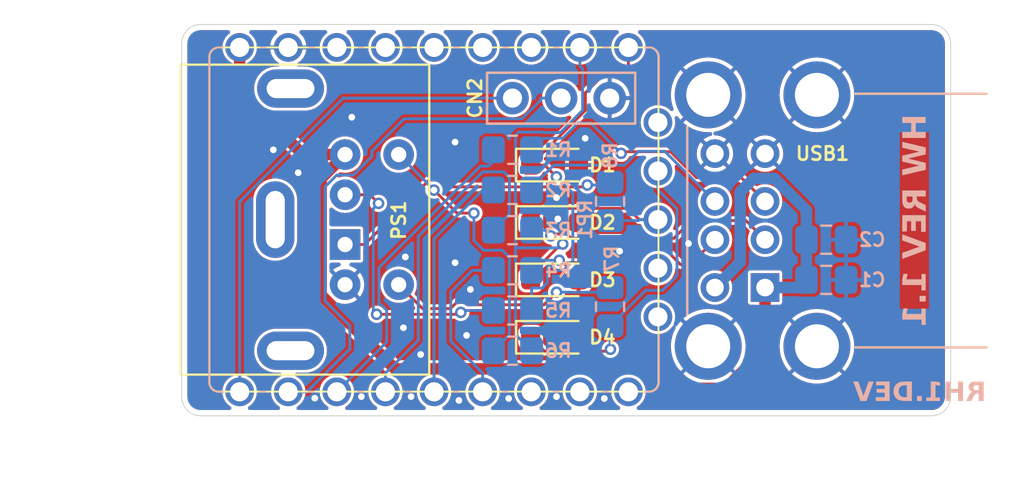
<source format=kicad_pcb>
(kicad_pcb (version 20241229) (generator "pcbnew") (generator_version "9.0")
  (title_block (title "USB to PS/2 Adapter") (date "2025-02-19") (rev "1.1") (company "Mikhail Matveev") (comment 1 "https://github.com/xtremespb/frank"))
  (layers (0 "F.Cu" signal) (2 "B.Cu" signal) (13 "F.Paste" user) (15 "B.Paste" user) (5 "F.SilkS" user "F.Silkscreen") (7 "B.SilkS" user "B.Silkscreen") (1 "F.Mask" user) (3 "B.Mask" user) (25 "Edge.Cuts" user))
  (net 0 "")
  (net 1 "VBUS")
  (net 2 "GND")
  (net 3 "/GPIO0")
  (net 4 "/GPIO1")
  (net 5 "/GPIO11")
  (net 6 "/GPIO12")
  (net 7 "/GPIO14")
  (net 8 "/GPIO15")
  (net 9 "/PS2 with Diodes/KB_CLK")
  (net 10 "/PS2 with Diodes/MS_CLK")
  (net 11 "/PS2 with Diodes/KB_DATA")
  (net 12 "/PS2 with Diodes/MS_DATA")
  (net 13 "/GPIO2")
  (net 14 "Net-(USB1-D1+)")
  (net 15 "Net-(USB1-D2+)")
  (net 16 "/GPIO4")
  (net 17 "Net-(USB1-D1-)")
  (net 18 "/GPIO3")
  (net 19 "Net-(USB1-D2-)")
  (net 20 "/GPIO5")
  (net 21 "/RP Zero/GPIO27")
  (net 22 "/RP Zero/GPIO28")
  (net 23 "/RP Zero/GPIO7")
  (net 24 "/RP Zero/GPIO26")
  (net 25 "/RP Zero/GPIO9")
  (net 26 "/RP Zero/GPIO29")
  (net 27 "/RP Zero/GPIO13")
  (net 28 "/RP Zero/GPIO8")
  (net 29 "/RP Zero/GPIO6")
  (net 30 "/RP Zero/GPIO10")
  (net 31 "/RP Zero/3V3")
  (footprint "FRANK:MiniDIN (6 Pin, female)" (layer "F.Cu") (at 190.35 116.15 -90)
    (property "Reference" "PS1" (at -1.27 -2.81 90) (layer "F.SilkS") (effects (font (size 0.7 0.7) (thickness 0.14) (bold yes))))
    (property "Value" "PS/2")
    (fp_line (start -9.4 8.6) (end 6.8 8.6) (stroke (width 0.12)) (layer "F.SilkS"))
    (fp_line (start -9.4 -4.4) (end -9.4 8.6) (stroke (width 0.12)) (layer "F.SilkS"))
    (fp_line (start -9.4 -4.4) (end 6.8 -4.4) (stroke (width 0.12)) (layer "F.SilkS"))
    (fp_line (start 6.8 -4.4) (end 6.8 8.6) (stroke (width 0.12)) (layer "F.SilkS"))
    (pad "" thru_hole oval (at -8.15 2.85 270) (size 2 3.5) (drill oval 1 2.5) (layers "*.Cu" "*.Mask"))
    (pad "" thru_hole oval (at -1.3 3.65 270) (size 4 2) (drill oval 3 1) (layers "*.Cu" "*.Mask"))
    (pad "" thru_hole oval (at 5.55 2.85 270) (size 2 3.5) (drill oval 1 2.5) (layers "*.Cu" "*.Mask"))
    (pad "1" thru_hole rect (at 0 0 270) (size 1.6 1.6) (drill 0.8) (layers "*.Cu" "*.Mask") (net 11 "/PS2 with Diodes/KB_DATA"))
    (pad "2" thru_hole circle (at -2.6 0 270) (size 1.6 1.6) (drill 0.8) (layers "*.Cu" "*.Mask") (net 12 "/PS2 with Diodes/MS_DATA"))
    (pad "3" thru_hole circle (at 2.1 0 270) (size 1.6 1.6) (drill 0.8) (layers "*.Cu" "*.Mask") (net 2 "GND"))
    (pad "4" thru_hole circle (at -4.7 0 270) (size 1.6 1.6) (drill 0.8) (layers "*.Cu" "*.Mask") (net 1 "VBUS"))
    (pad "5" thru_hole circle (at 2.1 -2.8 270) (size 1.6 1.6) (drill 0.8) (layers "*.Cu" "*.Mask") (net 9 "/PS2 with Diodes/KB_CLK"))
    (pad "6" thru_hole circle (at -4.7 -2.8 270) (size 1.6 1.6) (drill 0.8) (layers "*.Cu" "*.Mask") (net 10 "/PS2 with Diodes/MS_CLK"))
  )
  (footprint "FRANK:Diode (SOD-323)" (layer "F.Cu") (at 201.3 115)
    (property "Reference" "D2" (at 2.5 0 0) (layer "F.SilkS") (effects (font (size 0.7 0.7) (thickness 0.14) (bold yes))))
    (property "Value" "3V3")
    (fp_line (start -2.01 -0.85) (end -2.01 0.85) (stroke (width 0.12)) (layer "F.SilkS"))
    (fp_line (start -2.01 -0.85) (end 1.25 -0.85) (stroke (width 0.12)) (layer "F.SilkS"))
    (fp_line (start -2.01 0.85) (end 1.25 0.85) (stroke (width 0.12)) (layer "F.SilkS"))
    (pad "1" smd roundrect (at -1.25 0) (size 1 1) (layers "F.Cu" "F.Mask" "F.Paste") (net 5 "/GPIO11"))
    (pad "2" smd roundrect (at 1.25 0) (size 1 1) (layers "F.Cu" "F.Mask" "F.Paste") (net 2 "GND"))
  )
  (footprint "FRANK:Diode (SOD-323)" (layer "F.Cu") (at 201.3 112)
    (property "Reference" "D1" (at 2.5 0 0) (layer "F.SilkS") (effects (font (size 0.7 0.7) (thickness 0.14) (bold yes))))
    (property "Value" "3V3")
    (fp_line (start -2.01 -0.85) (end -2.01 0.85) (stroke (width 0.12)) (layer "F.SilkS"))
    (fp_line (start -2.01 -0.85) (end 1.25 -0.85) (stroke (width 0.12)) (layer "F.SilkS"))
    (fp_line (start -2.01 0.85) (end 1.25 0.85) (stroke (width 0.12)) (layer "F.SilkS"))
    (pad "1" smd roundrect (at -1.25 0) (size 1 1) (layers "F.Cu" "F.Mask" "F.Paste") (net 7 "/GPIO14"))
    (pad "2" smd roundrect (at 1.25 0) (size 1 1) (layers "F.Cu" "F.Mask" "F.Paste") (net 2 "GND"))
  )
  (footprint "FRANK:USB Type A (stacked)" (layer "F.Cu") (at 212.3 118.4 180)
    (property "Reference" "USB1" (at -3 7 180) (layer "F.SilkS") (effects (font (size 0.7 0.7) (thickness 0.14) (bold yes))))
    (property "Value" "USB_A_Stacked")
    (fp_line (start 4.07 8.4) (end 4.07 -1.4) (stroke (width 0.12)) (layer "F.SilkS"))
    (fp_line (start -4.73 -3.13) (end -11.58 -3.13) (stroke (width 0.12)) (layer "F.SilkS"))
    (fp_line (start -11.58 10.13) (end -4.73 10.13) (stroke (width 0.12)) (layer "F.SilkS"))
    (fp_line (start 4.07 8.4) (end 4.07 -1.4) (stroke (width 0.12)) (layer "B.SilkS"))
    (fp_line (start -4.73 -3.13) (end -11.58 -3.13) (stroke (width 0.12)) (layer "B.SilkS"))
    (fp_line (start -11.58 10.13) (end -4.73 10.13) (stroke (width 0.12)) (layer "B.SilkS"))
    (pad "1" thru_hole rect (at 0 0 180) (size 1.5 1.5) (drill 0.92) (layers "*.Cu" "*.Mask") (net 1 "VBUS"))
    (pad "2" thru_hole circle (at 0 2.5 180) (size 1.5 1.5) (drill 0.92) (layers "*.Cu" "*.Mask") (net 17 "Net-(USB1-D1-)"))
    (pad "3" thru_hole circle (at 0 4.5 180) (size 1.5 1.5) (drill 0.92) (layers "*.Cu" "*.Mask") (net 14 "Net-(USB1-D1+)"))
    (pad "4" thru_hole circle (at 0 7 180) (size 1.5 1.5) (drill 0.92) (layers "*.Cu" "*.Mask") (net 2 "GND"))
    (pad "5" thru_hole circle (at 2.62 0 180) (size 1.5 1.5) (drill 0.92) (layers "*.Cu" "*.Mask") (net 1 "VBUS"))
    (pad "6" thru_hole circle (at 2.62 2.5 180) (size 1.5 1.5) (drill 0.92) (layers "*.Cu" "*.Mask") (net 19 "Net-(USB1-D2-)"))
    (pad "7" thru_hole circle (at 2.62 4.5 180) (size 1.5 1.5) (drill 0.92) (layers "*.Cu" "*.Mask") (net 15 "Net-(USB1-D2+)"))
    (pad "8" thru_hole circle (at 2.62 7 180) (size 1.5 1.5) (drill 0.92) (layers "*.Cu" "*.Mask") (net 2 "GND"))
    (pad "9" thru_hole circle (at -2.71 -3.07 180) (size 3.5 3.5) (drill 2.3) (layers "*.Cu" "*.Mask") (net 2 "GND"))
    (pad "9" thru_hole circle (at -2.71 10.07 180) (size 3.5 3.5) (drill 2.3) (layers "*.Cu" "*.Mask") (net 2 "GND"))
    (pad "9" thru_hole circle (at 2.97 -3.07 180) (size 3.5 3.5) (drill 2.3) (layers "*.Cu" "*.Mask") (net 2 "GND"))
    (pad "9" thru_hole circle (at 2.97 10.07 180) (size 3.5 3.5) (drill 2.3) (layers "*.Cu" "*.Mask") (net 2 "GND"))
  )
  (footprint "FRANK:Pin Header (1x03)" (layer "F.Cu") (at 199.1 108.5 90)
    (property "Reference" "CN2" (at 0 -1.96 90) (layer "F.SilkS") (effects (font (size 0.7 0.7) (thickness 0.14))))
    (property "Value" "UART")
    (fp_line (start 1.330019 -1.33) (end 1.33 6.41) (stroke (width 0.12)) (layer "F.SilkS"))
    (fp_line (start -1.33 -1.33) (end 1.330019 -1.33) (stroke (width 0.12)) (layer "F.SilkS"))
    (fp_line (start -1.33 -1.33) (end -1.33 6.41) (stroke (width 0.12)) (layer "F.SilkS"))
    (fp_line (start -1.33 6.41) (end 1.33 6.41) (stroke (width 0.12)) (layer "F.SilkS"))
    (fp_line (start 1.330019 -1.33) (end 1.33 6.41) (stroke (width 0.12)) (layer "B.SilkS"))
    (fp_line (start -1.33 -1.33) (end 1.330019 -1.33) (stroke (width 0.12)) (layer "B.SilkS"))
    (fp_line (start -1.33 -1.33) (end -1.33 6.41) (stroke (width 0.12)) (layer "B.SilkS"))
    (fp_line (start -1.33 6.41) (end 1.33 6.41) (stroke (width 0.12)) (layer "B.SilkS"))
    (pad "1" thru_hole circle (at 0 0 90) (size 1.7 1.7) (drill 1) (layers "*.Cu" "*.Mask") (net 3 "/GPIO0"))
    (pad "2" thru_hole oval (at 0 2.54 90) (size 1.7 1.7) (drill 1) (layers "*.Cu" "*.Mask") (net 4 "/GPIO1"))
    (pad "3" thru_hole oval (at 0 5.08 90) (size 1.7 1.7) (drill 1) (layers "*.Cu" "*.Mask") (net 2 "GND"))
  )
  (footprint "FRANK:Diode (SOD-323)" (layer "F.Cu") (at 201.3 121)
    (property "Reference" "D4" (at 2.5 0 0) (layer "F.SilkS") (effects (font (size 0.7 0.7) (thickness 0.14) (bold yes))))
    (property "Value" "3V3")
    (fp_line (start -2.01 -0.85) (end -2.01 0.85) (stroke (width 0.12)) (layer "F.SilkS"))
    (fp_line (start -2.01 -0.85) (end 1.25 -0.85) (stroke (width 0.12)) (layer "F.SilkS"))
    (fp_line (start -2.01 0.85) (end 1.25 0.85) (stroke (width 0.12)) (layer "F.SilkS"))
    (pad "1" smd roundrect (at -1.25 0) (size 1 1) (layers "F.Cu" "F.Mask" "F.Paste") (net 6 "/GPIO12"))
    (pad "2" smd roundrect (at 1.25 0) (size 1 1) (layers "F.Cu" "F.Mask" "F.Paste") (net 2 "GND"))
  )
  (footprint "FRANK:Diode (SOD-323)" (layer "F.Cu") (at 201.3 118)
    (property "Reference" "D3" (at 2.5 0 0) (layer "F.SilkS") (effects (font (size 0.7 0.7) (thickness 0.14) (bold yes))))
    (property "Value" "3V3")
    (fp_line (start -2.01 -0.85) (end -2.01 0.85) (stroke (width 0.12)) (layer "F.SilkS"))
    (fp_line (start -2.01 -0.85) (end 1.25 -0.85) (stroke (width 0.12)) (layer "F.SilkS"))
    (fp_line (start -2.01 0.85) (end 1.25 0.85) (stroke (width 0.12)) (layer "F.SilkS"))
    (pad "1" smd roundrect (at -1.25 0) (size 1 1) (layers "F.Cu" "F.Mask" "F.Paste") (net 8 "/GPIO15"))
    (pad "2" smd roundrect (at 1.25 0) (size 1 1) (layers "F.Cu" "F.Mask" "F.Paste") (net 2 "GND"))
  )
  (footprint "FRANK:Raspberry Pi Zero (Outer pins)" (layer "B.Cu") (at 195 114.85 -90)
    (property "Reference" "RP1" (hide yes))
    (property "Value" "RP 2040 Zero" (hide yes))
    (fp_line (start 8.49 11.74) (end -8.5 11.74) (stroke (width 0.1)) (layer "F.SilkS"))
    (fp_line (start -9 11.24) (end -9 -11.23) (stroke (width 0.1)) (layer "F.SilkS"))
    (fp_line (start 8.99 -11.23) (end 8.99 11.24) (stroke (width 0.1)) (layer "F.SilkS"))
    (fp_line (start -8.5 -11.73) (end 8.49 -11.73) (stroke (width 0.1)) (layer "F.SilkS"))
    (fp_arc (start -8.5 11.74) (mid -8.853553 11.593553) (end -9 11.24) (stroke (width 0.1)) (layer "F.SilkS"))
    (fp_arc (start 8.99 11.24) (mid 8.843553 11.593553) (end 8.49 11.74) (stroke (width 0.1)) (layer "F.SilkS"))
    (fp_arc (start -9 -11.23) (mid -8.853553 -11.583553) (end -8.5 -11.73) (stroke (width 0.1)) (layer "F.SilkS"))
    (fp_arc (start 8.49 -11.73) (mid 8.843553 -11.583553) (end 8.99 -11.23) (stroke (width 0.1)) (layer "F.SilkS"))
    (fp_line (start 8.5 11.75) (end -8.5 11.75) (stroke (width 0.1)) (layer "B.SilkS"))
    (fp_line (start -9 11) (end -9 11.25) (stroke (width 0.1)) (layer "B.SilkS"))
    (fp_line (start 9 11) (end 9 11.25) (stroke (width 0.1)) (layer "B.SilkS"))
    (fp_line (start 9 8.825) (end 9 9.075) (stroke (width 0.1)) (layer "B.SilkS"))
    (fp_line (start -9 8.8) (end -9 9.05) (stroke (width 0.1)) (layer "B.SilkS"))
    (fp_line (start 9 6.3) (end 9 6.55) (stroke (width 0.1)) (layer "B.SilkS"))
    (fp_line (start -9 6.275) (end -9 6.525) (stroke (width 0.1)) (layer "B.SilkS"))
    (fp_line (start 9 3.725) (end 9 3.975) (stroke (width 0.1)) (layer "B.SilkS"))
    (fp_line (start -9 3.7) (end -9 3.95) (stroke (width 0.1)) (layer "B.SilkS"))
    (fp_line (start 9 1.25) (end 9 1.5) (stroke (width 0.1)) (layer "B.SilkS"))
    (fp_line (start -9 1.225) (end -9 1.475) (stroke (width 0.1)) (layer "B.SilkS"))
    (fp_line (start 9 -1.275) (end 9 -1.025) (stroke (width 0.1)) (layer "B.SilkS"))
    (fp_line (start -9 -1.3) (end -9 -1.05) (stroke (width 0.1)) (layer "B.SilkS"))
    (fp_line (start 9 -3.85) (end 9 -3.6) (stroke (width 0.1)) (layer "B.SilkS"))
    (fp_line (start -9 -3.875) (end -9 -3.625) (stroke (width 0.1)) (layer "B.SilkS"))
    (fp_line (start 9 -6.5) (end 9 -6.25) (stroke (width 0.1)) (layer "B.SilkS"))
    (fp_line (start -9 -6.525) (end -9 -6.275) (stroke (width 0.1)) (layer "B.SilkS"))
    (fp_line (start 9 -9.075) (end 9 -8.825) (stroke (width 0.1)) (layer "B.SilkS"))
    (fp_line (start -9 -9.1) (end -9 -8.85) (stroke (width 0.1)) (layer "B.SilkS"))
    (fp_line (start -9 -11) (end -9 -11.25) (stroke (width 0.1)) (layer "B.SilkS"))
    (fp_line (start 9 -11) (end 9 -11.25) (stroke (width 0.1)) (layer "B.SilkS"))
    (fp_line (start -6 -11.75) (end -8.5 -11.75) (stroke (width 0.1)) (layer "B.SilkS"))
    (fp_line (start 6 -11.75) (end 8.5 -11.75) (stroke (width 0.1)) (layer "B.SilkS"))
    (fp_arc (start -8.5 11.75) (mid -8.853553 11.603553) (end -9 11.25) (stroke (width 0.1)) (layer "B.SilkS"))
    (fp_arc (start 9 11.25) (mid 8.853553 11.603553) (end 8.5 11.75) (stroke (width 0.1)) (layer "B.SilkS"))
    (fp_arc (start -9 -11.25) (mid -8.853553 -11.603553) (end -8.5 -11.75) (stroke (width 0.1)) (layer "B.SilkS"))
    (fp_arc (start 8.5 -11.75) (mid 8.853553 -11.603553) (end 9 -11.25) (stroke (width 0.1)) (layer "B.SilkS"))
    (fp_text user "${REFERENCE}" (at 0 -8.3 90) (layer "B.SilkS") (effects (font (size 0.7 0.7) (thickness 0.14) (bold yes)) (justify bottom mirror)))
    (pad "1" thru_hole oval (at 9 10.16 270) (size 1.5 1.5) (drill 1) (layers "*.Cu" "*.Mask") (net 3 "/GPIO0"))
    (pad "2" thru_hole oval (at 9 7.62 270) (size 1.5 1.5) (drill 1) (layers "*.Cu" "*.Mask") (net 4 "/GPIO1"))
    (pad "3" thru_hole oval (at 9 5.08 270) (size 1.5 1.5) (drill 1) (layers "*.Cu" "*.Mask") (net 13 "/GPIO2"))
    (pad "4" thru_hole oval (at 9 2.54 270) (size 1.5 1.5) (drill 1) (layers "*.Cu" "*.Mask") (net 18 "/GPIO3"))
    (pad "5" thru_hole oval (at 9 0 270) (size 1.5 1.5) (drill 1) (layers "*.Cu" "*.Mask") (net 16 "/GPIO4"))
    (pad "6" thru_hole oval (at 9 -2.54 270) (size 1.5 1.5) (drill 1) (layers "*.Cu" "*.Mask") (net 20 "/GPIO5"))
    (pad "7" thru_hole oval (at 9 -5.08 270) (size 1.5 1.5) (drill 1) (layers "*.Cu" "*.Mask") (net 29 "/RP Zero/GPIO6"))
    (pad "8" thru_hole oval (at 9 -7.62 270) (size 1.5 1.5) (drill 1) (layers "*.Cu" "*.Mask") (net 23 "/RP Zero/GPIO7"))
    (pad "9" thru_hole oval (at 9 -10.16 270) (size 1.5 1.5) (drill 1) (layers "*.Cu" "*.Mask") (net 28 "/RP Zero/GPIO8"))
    (pad "10" thru_hole oval (at 5.08 -11.7 270) (size 1.5 1.5) (drill 1) (layers "*.Cu" "*.Mask") (net 25 "/RP Zero/GPIO9"))
    (pad "11" thru_hole oval (at 2.54 -11.7 270) (size 1.5 1.5) (drill 1) (layers "*.Cu" "*.Mask") (net 30 "/RP Zero/GPIO10"))
    (pad "12" thru_hole oval (at 0 -11.7 270) (size 1.5 1.5) (drill 1) (layers "*.Cu" "*.Mask") (net 5 "/GPIO11"))
    (pad "13" thru_hole oval (at -2.54 -11.7 270) (size 1.5 1.5) (drill 1) (layers "*.Cu" "*.Mask") (net 6 "/GPIO12"))
    (pad "14" thru_hole oval (at -5.08 -11.7 270) (size 1.5 1.5) (drill 1) (layers "*.Cu" "*.Mask") (net 27 "/RP Zero/GPIO13"))
    (pad "15" thru_hole oval (at -9 -10.16 270) (size 1.5 1.5) (drill 1) (layers "*.Cu" "*.Mask") (net 7 "/GPIO14"))
    (pad "16" thru_hole oval (at -9 -7.62 270) (size 1.5 1.5) (drill 1) (layers "*.Cu" "*.Mask") (net 8 "/GPIO15"))
    (pad "17" thru_hole oval (at -9 -5.08 270) (size 1.5 1.5) (drill 1) (layers "*.Cu" "*.Mask") (net 24 "/RP Zero/GPIO26"))
    (pad "18" thru_hole oval (at -9 -2.54 270) (size 1.5 1.5) (drill 1) (layers "*.Cu" "*.Mask") (net 21 "/RP Zero/GPIO27"))
    (pad "19" thru_hole oval (at -9 0 270) (size 1.5 1.5) (drill 1) (layers "*.Cu" "*.Mask") (net 22 "/RP Zero/GPIO28"))
    (pad "20" thru_hole oval (at -9 2.54 270) (size 1.5 1.5) (drill 1) (layers "*.Cu" "*.Mask") (net 26 "/RP Zero/GPIO29"))
    (pad "21" thru_hole oval (at -9 5.08 270) (size 1.5 1.5) (drill 1) (layers "*.Cu" "*.Mask") (net 31 "/RP Zero/3V3"))
    (pad "22" thru_hole oval (at -9 7.62 270) (size 1.5 1.5) (drill 1) (layers "*.Cu" "*.Mask") (net 2 "GND"))
    (pad "23" thru_hole oval (at -9 10.16 270) (size 1.5 1.5) (drill 1) (layers "*.Cu" "*.Mask") (net 1 "VBUS"))
  )
  (footprint "FRANK:Resistor (0805)" (layer "B.Cu") (at 199.1 121.7)
    (property "Reference" "R6" (at 2.4 0 0) (layer "B.SilkS") (effects (font (size 0.7 0.7) (thickness 0.14) (bold yes)) (justify mirror)))
    (property "Value" "100R")
    (fp_line (start 0.227064 -0.735) (end -0.227064 -0.735) (stroke (width 0.12)) (layer "B.SilkS"))
    (fp_line (start 0.227064 0.735) (end -0.227064 0.735) (stroke (width 0.12)) (layer "B.SilkS"))
    (pad "1" smd roundrect (at -1 0) (size 1.2 1.4) (layers "B.Cu" "B.Mask" "B.Paste") (roundrect_rratio 0.208333) (net 10 "/PS2 with Diodes/MS_CLK"))
    (pad "2" smd roundrect (at 1 0) (size 1.2 1.4) (layers "B.Cu" "B.Mask" "B.Paste") (roundrect_rratio 0.208333) (net 8 "/GPIO15"))
  )
  (footprint "FRANK:Capacitor (0805)" (layer "B.Cu") (at 215.5 115.9)
    (property "Reference" "C2" (at 2.4 0 0) (layer "B.SilkS") (effects (font (size 0.7 0.7) (thickness 0.14) (bold yes)) (justify mirror)))
    (property "Value" "10u")
    (fp_line (start 0.261252 -0.735) (end -0.261252 -0.735) (stroke (width 0.12)) (layer "B.SilkS"))
    (fp_line (start 0.261252 0.735) (end -0.261252 0.735) (stroke (width 0.12)) (layer "B.SilkS"))
    (pad "1" smd roundrect (at -1.0375 0) (size 1.175 1.45) (layers "B.Cu" "B.Mask" "B.Paste") (roundrect_rratio 0.212766) (net 1 "VBUS"))
    (pad "2" smd roundrect (at 1.0375 0) (size 1.175 1.45) (layers "B.Cu" "B.Mask" "B.Paste") (roundrect_rratio 0.212766) (net 2 "GND"))
  )
  (footprint "FRANK:Resistor (0805)" (layer "B.Cu") (at 204.2 113.9 -90)
    (property "Reference" "R8" (at -2.4 0 90) (layer "B.SilkS") (effects (font (size 0.7 0.7) (thickness 0.14) (bold yes)) (justify mirror)))
    (property "Value" "100R")
    (fp_line (start 0.227064 0.735) (end -0.227064 0.735) (stroke (width 0.12)) (layer "B.SilkS"))
    (fp_line (start 0.227064 -0.735) (end -0.227064 -0.735) (stroke (width 0.12)) (layer "B.SilkS"))
    (pad "1" smd roundrect (at -1 0 270) (size 1.2 1.4) (layers "B.Cu" "B.Mask" "B.Paste") (roundrect_rratio 0.208333) (net 11 "/PS2 with Diodes/KB_DATA"))
    (pad "2" smd roundrect (at 1 0 270) (size 1.2 1.4) (layers "B.Cu" "B.Mask" "B.Paste") (roundrect_rratio 0.208333) (net 5 "/GPIO11"))
  )
  (footprint "FRANK:Resistor (0805)" (layer "B.Cu") (at 199.1 113.3)
    (property "Reference" "R2" (at 2.4 0 0) (layer "B.SilkS") (effects (font (size 0.7 0.7) (thickness 0.14) (bold yes)) (justify mirror)))
    (property "Value" "22R")
    (fp_line (start 0.227064 -0.735) (end -0.227064 -0.735) (stroke (width 0.12)) (layer "B.SilkS"))
    (fp_line (start 0.227064 0.735) (end -0.227064 0.735) (stroke (width 0.12)) (layer "B.SilkS"))
    (pad "1" smd roundrect (at -1 0) (size 1.2 1.4) (layers "B.Cu" "B.Mask" "B.Paste") (roundrect_rratio 0.208333) (net 16 "/GPIO4"))
    (pad "2" smd roundrect (at 1 0) (size 1.2 1.4) (layers "B.Cu" "B.Mask" "B.Paste") (roundrect_rratio 0.208333) (net 15 "Net-(USB1-D2+)"))
  )
  (footprint "FRANK:Resistor (0805)" (layer "B.Cu") (at 199.1 115.4)
    (property "Reference" "R3" (at 2.4 0 0) (layer "B.SilkS") (effects (font (size 0.7 0.7) (thickness 0.14) (bold yes)) (justify mirror)))
    (property "Value" "22R")
    (fp_line (start 0.227064 -0.735) (end -0.227064 -0.735) (stroke (width 0.12)) (layer "B.SilkS"))
    (fp_line (start 0.227064 0.735) (end -0.227064 0.735) (stroke (width 0.12)) (layer "B.SilkS"))
    (pad "1" smd roundrect (at -1 0) (size 1.2 1.4) (layers "B.Cu" "B.Mask" "B.Paste") (roundrect_rratio 0.208333) (net 18 "/GPIO3"))
    (pad "2" smd roundrect (at 1 0) (size 1.2 1.4) (layers "B.Cu" "B.Mask" "B.Paste") (roundrect_rratio 0.208333) (net 17 "Net-(USB1-D1-)"))
  )
  (footprint "FRANK:Resistor (0805)" (layer "B.Cu") (at 204.2 119.4 -90)
    (property "Reference" "R7" (at -2.5 -0.1 90) (layer "B.SilkS") (effects (font (size 0.7 0.7) (thickness 0.14) (bold yes)) (justify mirror)))
    (property "Value" "100R")
    (fp_line (start 0.227064 0.735) (end -0.227064 0.735) (stroke (width 0.12)) (layer "B.SilkS"))
    (fp_line (start 0.227064 -0.735) (end -0.227064 -0.735) (stroke (width 0.12)) (layer "B.SilkS"))
    (pad "1" smd roundrect (at -1 0 270) (size 1.2 1.4) (layers "B.Cu" "B.Mask" "B.Paste") (roundrect_rratio 0.208333) (net 9 "/PS2 with Diodes/KB_CLK"))
    (pad "2" smd roundrect (at 1 0 270) (size 1.2 1.4) (layers "B.Cu" "B.Mask" "B.Paste") (roundrect_rratio 0.208333) (net 6 "/GPIO12"))
  )
  (footprint "FRANK:Resistor (0805)" (layer "B.Cu") (at 199.1 111.2)
    (property "Reference" "R1" (at 2.4 0 0) (layer "B.SilkS") (effects (font (size 0.7 0.7) (thickness 0.14) (bold yes)) (justify mirror)))
    (property "Value" "22R")
    (fp_line (start 0.227064 -0.735) (end -0.227064 -0.735) (stroke (width 0.12)) (layer "B.SilkS"))
    (fp_line (start 0.227064 0.735) (end -0.227064 0.735) (stroke (width 0.12)) (layer "B.SilkS"))
    (pad "1" smd roundrect (at -1 0) (size 1.2 1.4) (layers "B.Cu" "B.Mask" "B.Paste") (roundrect_rratio 0.208333) (net 13 "/GPIO2"))
    (pad "2" smd roundrect (at 1 0) (size 1.2 1.4) (layers "B.Cu" "B.Mask" "B.Paste") (roundrect_rratio 0.208333) (net 14 "Net-(USB1-D1+)"))
  )
  (footprint "FRANK:Capacitor (0805)" (layer "B.Cu") (at 215.5 118)
    (property "Reference" "C1" (at 2.4 0 0) (layer "B.SilkS") (effects (font (size 0.7 0.7) (thickness 0.14) (bold yes)) (justify mirror)))
    (property "Value" "10u")
    (fp_line (start 0.261252 -0.735) (end -0.261252 -0.735) (stroke (width 0.12)) (layer "B.SilkS"))
    (fp_line (start 0.261252 0.735) (end -0.261252 0.735) (stroke (width 0.12)) (layer "B.SilkS"))
    (pad "1" smd roundrect (at -1.0375 0) (size 1.175 1.45) (layers "B.Cu" "B.Mask" "B.Paste") (roundrect_rratio 0.212766) (net 1 "VBUS"))
    (pad "2" smd roundrect (at 1.0375 0) (size 1.175 1.45) (layers "B.Cu" "B.Mask" "B.Paste") (roundrect_rratio 0.212766) (net 2 "GND"))
  )
  (footprint "FRANK:Resistor (0805)" (layer "B.Cu") (at 199.1 119.6)
    (property "Reference" "R5" (at 2.4 0 0) (layer "B.SilkS") (effects (font (size 0.7 0.7) (thickness 0.14) (bold yes)) (justify mirror)))
    (property "Value" "100R")
    (fp_line (start 0.227064 -0.735) (end -0.227064 -0.735) (stroke (width 0.12)) (layer "B.SilkS"))
    (fp_line (start 0.227064 0.735) (end -0.227064 0.735) (stroke (width 0.12)) (layer "B.SilkS"))
    (pad "1" smd roundrect (at -1 0) (size 1.2 1.4) (layers "B.Cu" "B.Mask" "B.Paste") (roundrect_rratio 0.208333) (net 12 "/PS2 with Diodes/MS_DATA"))
    (pad "2" smd roundrect (at 1 0) (size 1.2 1.4) (layers "B.Cu" "B.Mask" "B.Paste") (roundrect_rratio 0.208333) (net 7 "/GPIO14"))
  )
  (footprint "FRANK:Resistor (0805)" (layer "B.Cu") (at 199.1 117.5)
    (property "Reference" "R4" (at 2.4 0 0) (layer "B.SilkS") (effects (font (size 0.7 0.7) (thickness 0.14) (bold yes)) (justify mirror)))
    (property "Value" "22R")
    (fp_line (start 0.227064 -0.735) (end -0.227064 -0.735) (stroke (width 0.12)) (layer "B.SilkS"))
    (fp_line (start 0.227064 0.735) (end -0.227064 0.735) (stroke (width 0.12)) (layer "B.SilkS"))
    (pad "1" smd roundrect (at -1 0) (size 1.2 1.4) (layers "B.Cu" "B.Mask" "B.Paste") (roundrect_rratio 0.208333) (net 20 "/GPIO5"))
    (pad "2" smd roundrect (at 1 0) (size 1.2 1.4) (layers "B.Cu" "B.Mask" "B.Paste") (roundrect_rratio 0.208333) (net 19 "Net-(USB1-D2-)"))
  )
  (gr_line (start 181.807107 105.65) (end 181.807107 124.1) (stroke (width 0.05)) (layer "Edge.Cuts"))
  (gr_arc (start 181.807107 105.65) (mid 182.1 104.942893) (end 182.807107 104.65) (stroke (width 0.05)) (layer "Edge.Cuts"))
  (gr_arc (start 221 104.65) (mid 221.707107 104.942893) (end 222 105.65) (stroke (width 0.05)) (layer "Edge.Cuts"))
  (gr_line (start 222 105.65) (end 222 124.1) (stroke (width 0.05)) (layer "Edge.Cuts"))
  (gr_arc (start 182.807107 125.1) (mid 182.1 124.807107) (end 181.807107 124.1) (stroke (width 0.05)) (layer "Edge.Cuts"))
  (gr_line (start 182.807107 125.1) (end 221 125.1) (stroke (width 0.05)) (layer "Edge.Cuts"))
  (gr_line (start 182.807107 104.65) (end 221 104.65) (stroke (width 0.05)) (layer "Edge.Cuts"))
  (gr_arc (start 222 124.1) (mid 221.707107 124.807107) (end 221 125.1) (stroke (width 0.05)) (layer "Edge.Cuts"))
  (gr_text "HW REV 1.1" (at 220.9 114.9 90) (layer "B.Cu") (effects (font (size 1.2 1.2) (thickness 0.25) (bold yes)) (justify bottom mirror)))
  (gr_text "HW REV 1.1" (at 220.9 114.9 90) (layer "B.SilkS") (effects (font (size 1.2 1.2) (thickness 0.25) (bold yes)) (justify bottom mirror)))
  (gr_text "RH1.DEV" (at 216.9 124.5 0) (layer "B.SilkS") (effects (font (size 1 1) (thickness 0.25) (bold yes)) (justify right bottom mirror)))
  (segment (start 189.1 112.7) (end 189.1 118.793) (width 0.6) (layer "F.Cu") (net 1))
  (segment (start 208.37 123.67) (end 210.241 123.67) (width 0.6) (layer "F.Cu") (net 1))
  (segment (start 189.1 118.793) (end 192.957 122.65) (width 0.6) (layer "F.Cu") (net 1))
  (segment (start 188.149 111.45) (end 190.35 111.45) (width 0.6) (layer "F.Cu") (net 1))
  (segment (start 207.35 122.65) (end 208.37 123.67) (width 0.6) (layer "F.Cu") (net 1))
  (segment (start 192.957 122.65) (end 207.35 122.65) (width 0.6) (layer "F.Cu") (net 1))
  (segment (start 184.84 108.141) (end 188.149 111.45) (width 0.6) (layer "F.Cu") (net 1))
  (segment (start 190.35 111.45) (end 189.1 112.7) (width 0.6) (layer "F.Cu") (net 1))
  (segment (start 184.84 105.85) (end 184.84 108.141) (width 0.6) (layer "F.Cu") (net 1))
  (segment (start 210.241 123.67) (end 212.3 121.611) (width 0.6) (layer "F.Cu") (net 1))
  (segment (start 212.3 121.611) (end 212.3 118.4) (width 0.6) (layer "F.Cu") (net 1))
  (segment (start 214.462 116.4524) (end 214.462 118) (width 0.6) (layer "B.Cu") (net 1))
  (segment (start 214.4625 116.4529) (end 214.4625 118) (width 0.15) (layer "B.Cu") (net 1))
  (segment (start 214.462 116.4524) (end 214.4625 116.4529) (width 0.15) (layer "B.Cu") (net 1))
  (segment (start 214.4625 115.4077) (end 214.4625 115.9) (width 0.15) (layer "B.Cu") (net 1))
  (segment (start 211 117.08) (end 211 113.403) (width 0.6) (layer "B.Cu") (net 1))
  (segment (start 214.062 118.4) (end 212.3 118.4) (width 0.6) (layer "B.Cu") (net 1))
  (segment (start 214.462 115.4072) (end 214.462 116.4524) (width 0.6) (layer "B.Cu") (net 1))
  (segment (start 212.8 112.7) (end 214.462 114.362) (width 0.6) (layer "B.Cu") (net 1))
  (segment (start 211 113.403) (end 211.703 112.7) (width 0.6) (layer "B.Cu") (net 1))
  (segment (start 214.462 114.362) (end 214.462 115.4072) (width 0.6) (layer "B.Cu") (net 1))
  (segment (start 209.68 118.4) (end 211 117.08) (width 0.6) (layer "B.Cu") (net 1))
  (segment (start 214.462 118) (end 214.062 118.4) (width 0.6) (layer "B.Cu") (net 1))
  (segment (start 214.462 115.4072) (end 214.4625 115.4077) (width 0.15) (layer "B.Cu") (net 1))
  (segment (start 211.703 112.7) (end 212.8 112.7) (width 0.6) (layer "B.Cu") (net 1))
  (via (at 196.7 120.9) (size 0.6) (drill 0.35) (layers "F.Cu" "B.Cu") (net 2))
  (via (at 194.3 121.9) (size 0.6) (drill 0.35) (layers "F.Cu" "B.Cu") (net 2))
  (via (at 196.1 110.8) (size 0.6) (drill 0.35) (layers "F.Cu" "B.Cu") (net 2))
  (via (at 198.9 124.2) (size 0.6) (drill 0.35) (layers "F.Cu" "B.Cu") (net 2))
  (via (at 201.468892 114.811523) (size 0.6) (drill 0.35) (layers "F.Cu" "B.Cu") (net 2))
  (via (at 204.7 116.5) (size 0.6) (drill 0.35) (layers "F.Cu" "B.Cu") (net 2))
  (via (at 202.9 110.6) (size 0.6) (drill 0.35) (layers "F.Cu" "B.Cu") (net 2))
  (via (at 191.203002 124.1) (size 0.6) (drill 0.35) (layers "F.Cu" "B.Cu") (net 2))
  (via (at 203.9 124.2) (size 0.6) (drill 0.35) (layers "F.Cu" "B.Cu") (net 2))
  (via (at 188.766912 124.182252) (size 0.6) (drill 0.35) (layers "F.Cu" "B.Cu") (net 2))
  (via (at 186.6 111.2) (size 0.6) (drill 0.35) (layers "F.Cu" "B.Cu") (net 2))
  (via (at 208.3 116.1) (size 0.6) (drill 0.35) (layers "F.Cu" "B.Cu") (net 2))
  (via (at 193.8 124.1) (size 0.6) (drill 0.35) (layers "F.Cu" "B.Cu") (net 2))
  (via (at 187.9 112.4) (size 0.6) (drill 0.35) (layers "F.Cu" "B.Cu") (net 2))
  (via (at 201.4 113.7) (size 0.6) (drill 0.35) (layers "F.Cu" "B.Cu") (net 2))
  (via (at 190.7 109.5) (size 0.6) (drill 0.35) (layers "F.Cu" "B.Cu") (net 2))
  (via (at 193.4 120.5) (size 0.6) (drill 0.35) (layers "F.Cu" "B.Cu") (net 2))
  (via (at 201.4 124.1) (size 0.6) (drill 0.35) (layers "F.Cu" "B.Cu") (net 2))
  (via (at 196.9 118.5) (size 0.6) (drill 0.35) (layers "F.Cu" "B.Cu") (net 2))
  (via (at 196.1 117.1) (size 0.6) (drill 0.35) (layers "F.Cu" "B.Cu") (net 2))
  (via (at 193.5 116.8) (size 0.6) (drill 0.35) (layers "F.Cu" "B.Cu") (net 2))
  (via (at 196.3 124.3) (size 0.6) (drill 0.35) (layers "F.Cu" "B.Cu") (net 2))
  (segment (start 184.84 113.9117) (end 190.2517 108.5) (width 0.15) (layer "B.Cu") (net 3))
  (segment (start 190.2517 108.5) (end 199.1 108.5) (width 0.15) (layer "B.Cu") (net 3))
  (segment (start 184.84 123.85) (end 184.84 113.9117) (width 0.15) (layer "B.Cu") (net 3))
  (segment (start 193.4414 109.5767) (end 199.5981 109.5767) (width 0.15) (layer "B.Cu") (net 4))
  (segment (start 189.3016 119.1016) (end 189.3016 113.1369) (width 0.15) (layer "B.Cu") (net 4))
  (segment (start 188.3567 123.85) (end 190.6 121.6067) (width 0.15) (layer "B.Cu") (net 4))
  (segment (start 190.6 120.4) (end 189.3016 119.1016) (width 0.15) (layer "B.Cu") (net 4))
  (segment (start 200.5633 108.6115) (end 200.5633 108.5) (width 0.15) (layer "B.Cu") (net 4))
  (segment (start 189.9152 112.5233) (end 190.7758 112.5233) (width 0.15) (layer "B.Cu") (net 4))
  (segment (start 190.7758 112.5233) (end 191.7501 111.549) (width 0.15) (layer "B.Cu") (net 4))
  (segment (start 189.3016 113.1369) (end 189.9152 112.5233) (width 0.15) (layer "B.Cu") (net 4))
  (segment (start 200.5633 108.5) (end 201.64 108.5) (width 0.15) (layer "B.Cu") (net 4))
  (segment (start 187.38 123.85) (end 188.3567 123.85) (width 0.15) (layer "B.Cu") (net 4))
  (segment (start 190.6 121.6067) (end 190.6 120.4) (width 0.15) (layer "B.Cu") (net 4))
  (segment (start 199.5981 109.5767) (end 200.5633 108.6115) (width 0.15) (layer "B.Cu") (net 4))
  (segment (start 191.7501 111.268) (end 193.4414 109.5767) (width 0.15) (layer "B.Cu") (net 4))
  (segment (start 191.7501 111.549) (end 191.7501 111.268) (width 0.15) (layer "B.Cu") (net 4))
  (segment (start 200.7868 114.2632) (end 205.1365 114.2632) (width 0.15) (layer "F.Cu") (net 5))
  (segment (start 200.05 115) (end 200.7868 114.2632) (width 0.15) (layer "F.Cu") (net 5))
  (segment (start 205.1365 114.2632) (end 205.7233 114.85) (width 0.15) (layer "F.Cu") (net 5))
  (segment (start 206.7 114.85) (end 205.7233 114.85) (width 0.15) (layer "F.Cu") (net 5))
  (segment (start 206.7 114.85) (end 205.7233 114.85) (width 0.15) (layer "B.Cu") (net 5))
  (segment (start 205.6733 114.9) (end 204.2 114.9) (width 0.15) (layer "B.Cu") (net 5))
  (segment (start 205.7233 114.85) (end 205.6733 114.9) (width 0.15) (layer "B.Cu") (net 5))
  (segment (start 200.7777 121.7277) (end 204.1156 121.7277) (width 0.15) (layer "F.Cu") (net 6))
  (segment (start 204.1156 121.7277) (end 204.2178 121.6255) (width 0.15) (layer "F.Cu") (net 6))
  (segment (start 200.05 121) (end 200.7777 121.7277) (width 0.15) (layer "F.Cu") (net 6))
  (via (at 204.2178 121.6255) (size 0.6) (drill 0.35) (layers "F.Cu" "B.Cu") (net 6))
  (segment (start 207.6977 114.2844) (end 206.7 113.2867) (width 0.15) (layer "B.Cu") (net 6))
  (segment (start 204.2 120.4) (end 206.0563 118.5437) (width 0.15) (layer "B.Cu") (net 6))
  (segment (start 206.7 112.31) (end 206.7 113.2867) (width 0.15) (layer "B.Cu") (net 6))
  (segment (start 206.0563 118.5437) (end 206.9456 118.5437) (width 0.15) (layer "B.Cu") (net 6))
  (segment (start 207.6977 117.7916) (end 207.6977 114.2844) (width 0.15) (layer "B.Cu") (net 6))
  (segment (start 204.2 121.6077) (end 204.2 120.4) (width 0.15) (layer "B.Cu") (net 6))
  (segment (start 204.2178 121.6255) (end 204.2 121.6077) (width 0.15) (layer "B.Cu") (net 6))
  (segment (start 206.9456 118.5437) (end 207.6977 117.7916) (width 0.15) (layer "B.Cu") (net 6))
  (segment (start 202.91 109.14) (end 200.05 112) (width 0.15) (layer "F.Cu") (net 7))
  (segment (start 200.05 112) (end 200.7802 112) (width 0.15) (layer "F.Cu") (net 7))
  (segment (start 204.3054 106.8267) (end 202.91 108.2221) (width 0.15) (layer "F.Cu") (net 7))
  (segment (start 205.16 106.8267) (end 204.3054 106.8267) (width 0.15) (layer "F.Cu") (net 7))
  (segment (start 202.91 108.2221) (end 202.91 109.14) (width 0.15) (layer "F.Cu") (net 7))
  (segment (start 200.7802 112) (end 201.3935 112.6133) (width 0.15) (layer "F.Cu") (net 7))
  (segment (start 205.16 105.85) (end 205.16 106.8267) (width 0.15) (layer "F.Cu") (net 7))
  (via (at 201.3935 112.6133) (size 0.6) (drill 0.35) (layers "F.Cu" "B.Cu") (net 7))
  (segment (start 200.1 118.425) (end 200.653678 118.425) (width 0.15) (layer "B.Cu") (net 7))
  (segment (start 200.653678 118.425) (end 200.925 118.153678) (width 0.15) (layer "B.Cu") (net 7))
  (segment (start 200.925 117.2754) (end 201.103037 117.2754) (width 0.15) (layer "B.Cu") (net 7))
  (segment (start 202.2536 117.009763) (end 202.2536 113.4734) (width 0.15) (layer "B.Cu") (net 7))
  (segment (start 201.328037 117.5004) (end 201.762963 117.5004) (width 0.15) (layer "B.Cu") (net 7))
  (segment (start 201.103037 117.2754) (end 201.328037 117.5004) (width 0.15) (layer "B.Cu") (net 7))
  (segment (start 201.762963 117.5004) (end 202.2536 117.009763) (width 0.15) (layer "B.Cu") (net 7))
  (segment (start 200.1 119.6) (end 200.1 118.425) (width 0.15) (layer "B.Cu") (net 7))
  (segment (start 202.2536 113.4734) (end 201.3935 112.6133) (width 0.15) (layer "B.Cu") (net 7))
  (segment (start 200.925 118.153678) (end 200.925 117.2754) (width 0.15) (layer "B.Cu") (net 7))
  (segment (start 200.05 117.7185) (end 200.05 118) (width 0.15) (layer "F.Cu") (net 8))
  (segment (start 201.7269 116.1263) (end 201.6422 116.1263) (width 0.15) (layer "F.Cu") (net 8))
  (segment (start 201.6422 116.1263) (end 200.05 117.7185) (width 0.15) (layer "F.Cu") (net 8))
  (via (at 201.7269 116.1263) (size 0.6) (drill 0.35) (layers "F.Cu" "B.Cu") (net 8))
  (segment (start 199.2573 116.3277) (end 201.5255 116.3277) (width 0.15) (layer "B.Cu") (net 8))
  (segment (start 199.2573 120.8573) (end 199.2573 116.3277) (width 0.15) (layer "B.Cu") (net 8))
  (segment (start 202.765 109.135) (end 201.6 110.3) (width 0.15) (layer "B.Cu") (net 8))
  (segment (start 202.62 106.8267) (end 202.765 106.9717) (width 0.15) (layer "B.Cu") (net 8))
  (segment (start 202.765 106.9717) (end 202.765 109.135) (width 0.15) (layer "B.Cu") (net 8))
  (segment (start 201.5255 116.3277) (end 201.7269 116.1263) (width 0.15) (layer "B.Cu") (net 8))
  (segment (start 201.6 110.3) (end 200.678678 110.3) (width 0.15) (layer "B.Cu") (net 8))
  (segment (start 200.653678 110.275) (end 199.425 110.275) (width 0.15) (layer "B.Cu") (net 8))
  (segment (start 200.1 121.7) (end 199.2573 120.8573) (width 0.15) (layer "B.Cu") (net 8))
  (segment (start 199.2573 110.4427) (end 199.2573 116.3277) (width 0.15) (layer "B.Cu") (net 8))
  (segment (start 200.678678 110.3) (end 200.653678 110.275) (width 0.15) (layer "B.Cu") (net 8))
  (segment (start 202.62 105.85) (end 202.62 106.8267) (width 0.15) (layer "B.Cu") (net 8))
  (segment (start 199.425 110.275) (end 199.2573 110.4427) (width 0.15) (layer "B.Cu") (net 8))
  (segment (start 196.617463 119.175) (end 196.182537 119.175) (width 0.15) (layer "F.Cu") (net 9))
  (segment (start 194.4 119.5) (end 193.15 118.25) (width 0.15) (layer "F.Cu") (net 9))
  (segment (start 196.742463 119.3) (end 196.617463 119.175) (width 0.15) (layer "F.Cu") (net 9))
  (segment (start 200.7474 119.3) (end 196.742463 119.3) (width 0.15) (layer "F.Cu") (net 9))
  (segment (start 196.182537 119.175) (end 195.857537 119.5) (width 0.15) (layer "F.Cu") (net 9))
  (segment (start 201.4029 118.6445) (end 200.7474 119.3) (width 0.15) (layer "F.Cu") (net 9))
  (segment (start 195.857537 119.5) (end 194.4 119.5) (width 0.15) (layer "F.Cu") (net 9))
  (via (at 201.4029 118.6445) (size 0.6) (drill 0.35) (layers "F.Cu" "B.Cu") (net 9))
  (segment (start 204.2 118.4) (end 203.9555 118.6445) (width 0.15) (layer "B.Cu") (net 9))
  (segment (start 203.9555 118.6445) (end 201.4029 118.6445) (width 0.15) (layer "B.Cu") (net 9))
  (segment (start 196.2006 114.5108) (end 197.0832 114.5108) (width 0.15) (layer "F.Cu") (net 10))
  (segment (start 194.9973 113.3075) (end 196.2006 114.5108) (width 0.15) (layer "F.Cu") (net 10))
  (via (at 194.9973 113.3075) (size 0.6) (drill 0.35) (layers "F.Cu" "B.Cu") (net 10))
  (via (at 197.0832 114.5108) (size 0.6) (drill 0.35) (layers "F.Cu" "B.Cu") (net 10))
  (segment (start 198.5628 116.45) (end 198.9417 116.8289) (width 0.15) (layer "B.Cu") (net 10))
  (segment (start 197.0832 115.944) (end 197.5892 116.45) (width 0.15) (layer "B.Cu") (net 10))
  (segment (start 194.9973 113.2973) (end 194.9973 113.3075) (width 0.15) (layer "B.Cu") (net 10))
  (segment (start 197.0832 114.5108) (end 197.0832 115.944) (width 0.15) (layer "B.Cu") (net 10))
  (segment (start 198.9417 116.8289) (end 198.9417 120.8583) (width 0.15) (layer "B.Cu") (net 10))
  (segment (start 193.15 111.45) (end 194.9973 113.2973) (width 0.15) (layer "B.Cu") (net 10))
  (segment (start 198.9417 120.8583) (end 198.1 121.7) (width 0.15) (layer "B.Cu") (net 10))
  (segment (start 197.5892 116.45) (end 198.5628 116.45) (width 0.15) (layer "B.Cu") (net 10))
  (segment (start 194.7459 112.7808) (end 191.3767 116.15) (width 0.15) (layer "F.Cu") (net 11))
  (segment (start 202.9118 113.14) (end 195.5747 113.14) (width 0.15) (layer "F.Cu") (net 11))
  (segment (start 190.35 116.15) (end 191.3767 116.15) (width 0.15) (layer "F.Cu") (net 11))
  (segment (start 195.2155 112.7808) (end 194.7459 112.7808) (width 0.15) (layer "F.Cu") (net 11))
  (segment (start 203.0095 113.0423) (end 202.9118 113.14) (width 0.15) (layer "F.Cu") (net 11))
  (segment (start 195.5747 113.14) (end 195.2155 112.7808) (width 0.15) (layer "F.Cu") (net 11))
  (via (at 203.0095 113.0423) (size 0.6) (drill 0.35) (layers "F.Cu" "B.Cu") (net 11))
  (segment (start 204.0577 113.0423) (end 204.2 112.9) (width 0.15) (layer "B.Cu") (net 11))
  (segment (start 203.0095 113.0423) (end 204.0577 113.0423) (width 0.15) (layer "B.Cu") (net 11))
  (segment (start 191.65 113.55) (end 192.1 114) (width 0.15) (layer "F.Cu") (net 12))
  (segment (start 190.35 113.55) (end 191.65 113.55) (width 0.15) (layer "F.Cu") (net 12))
  (segment (start 196.3 119.8) (end 196.4 119.7) (width 0.15) (layer "F.Cu") (net 12))
  (segment (start 192 119.8) (end 196.3 119.8) (width 0.15) (layer "F.Cu") (net 12))
  (via (at 192 119.8) (size 0.6) (drill 0.35) (layers "F.Cu" "B.Cu") (net 12))
  (via (at 196.4 119.7) (size 0.6) (drill 0.35) (layers "F.Cu" "B.Cu") (net 12))
  (via (at 192.1 114) (size 0.6) (drill 0.35) (layers "F.Cu" "B.Cu") (net 12))
  (segment (start 191.825 119.625) (end 192 119.8) (width 0.15) (layer "B.Cu") (net 12))
  (segment (start 196.4 119.7) (end 196.5 119.6) (width 0.15) (layer "B.Cu") (net 12))
  (segment (start 191.825 114.275) (end 191.825 119.625) (width 0.15) (layer "B.Cu") (net 12))
  (segment (start 196.5 119.6) (end 198.1 119.6) (width 0.15) (layer "B.Cu") (net 12))
  (segment (start 192.1 114) (end 191.825 114.275) (width 0.15) (layer "B.Cu") (net 12))
  (segment (start 198.1 111.8) (end 197.8493 112.0507) (width 0.15) (layer "B.Cu") (net 13))
  (segment (start 192.125 119.275) (end 192.217463 119.275) (width 0.15) (layer "B.Cu") (net 13))
  (segment (start 192.125 117.351336) (end 192.125 119.275) (width 0.15) (layer "B.Cu") (net 13))
  (segment (start 192.525 119.582537) (end 192.525 121.245) (width 0.15) (layer "B.Cu") (net 13))
  (segment (start 192.525 121.245) (end 189.92 123.85) (width 0.15) (layer "B.Cu") (net 13))
  (segment (start 192.217463 119.275) (end 192.525 119.582537) (width 0.15) (layer "B.Cu") (net 13))
  (segment (start 197.8493 112.0507) (end 197.425636 112.0507) (width 0.15) (layer "B.Cu") (net 13))
  (segment (start 197.425636 112.0507) (end 192.125 117.351336) (width 0.15) (layer "B.Cu") (net 13))
  (segment (start 198.1 111.2) (end 198.1 111.8) (width 0.15) (layer "B.Cu") (net 13))
  (segment (start 212.3 113.9) (end 211.05 112.65) (width 0.15) (layer "F.Cu") (net 14))
  (segment (start 211.05 112.65) (end 208.7065 112.65) (width 0.15) (layer "F.Cu") (net 14))
  (segment (start 204.8615 111.3008) (end 204.7761 111.3862) (width 0.15) (layer "F.Cu") (net 14))
  (segment (start 207.3573 111.3008) (end 204.8615 111.3008) (width 0.15) (layer "F.Cu") (net 14))
  (segment (start 208.7065 112.65) (end 207.3573 111.3008) (width 0.15) (layer "F.Cu") (net 14))
  (via (at 204.7761 111.3862) (size 0.6) (drill 0.35) (layers "F.Cu" "B.Cu") (net 14))
  (segment (start 202.524264 109.8) (end 203.1899 109.8) (width 0.15) (layer "B.Cu") (net 14))
  (segment (start 201.724264 110.6) (end 202.524264 109.8) (width 0.15) (layer "B.Cu") (net 14))
  (segment (start 200.1 111.2) (end 200.7 110.6) (width 0.15) (layer "B.Cu") (net 14))
  (segment (start 200.7 110.6) (end 201.724264 110.6) (width 0.15) (layer "B.Cu") (net 14))
  (segment (start 203.1899 109.8) (end 204.7761 111.3862) (width 0.15) (layer "B.Cu") (net 14))
  (segment (start 209.68 113.9) (end 207.062 111.282) (width 0.15) (layer "B.Cu") (net 15))
  (segment (start 201.2597 112.0023) (end 200.1 113.162) (width 0.15) (layer "B.Cu") (net 15))
  (segment (start 205.6813 111.282) (end 204.961 112.0023) (width 0.15) (layer "B.Cu") (net 15))
  (segment (start 200.1 113.162) (end 200.1 113.3) (width 0.15) (layer "B.Cu") (net 15))
  (segment (start 204.961 112.0023) (end 201.2597 112.0023) (width 0.15) (layer "B.Cu") (net 15))
  (segment (start 207.062 111.282) (end 205.6813 111.282) (width 0.15) (layer "B.Cu") (net 15))
  (segment (start 198.1 113.3) (end 197.5492 113.3) (width 0.15) (layer "B.Cu") (net 16))
  (segment (start 197.5492 113.3) (end 195 115.8492) (width 0.15) (layer "B.Cu") (net 16))
  (segment (start 195 115.8492) (end 195 123.85) (width 0.15) (layer "B.Cu") (net 16))
  (segment (start 201.1987 115.6013) (end 201.9468 115.6013) (width 0.15) (layer "F.Cu") (net 17))
  (segment (start 207.5288 115.8277) (end 208.4565 114.9) (width 0.15) (layer "F.Cu") (net 17))
  (segment (start 201.1 115.7) (end 201.1987 115.6013) (width 0.15) (layer "F.Cu") (net 17))
  (segment (start 211.3 114.9) (end 212.3 115.9) (width 0.15) (layer "F.Cu") (net 17))
  (segment (start 201.9468 115.6013) (end 202.1732 115.8277) (width 0.15) (layer "F.Cu") (net 17))
  (segment (start 202.1732 115.8277) (end 207.5288 115.8277) (width 0.15) (layer "F.Cu") (net 17))
  (segment (start 208.4565 114.9) (end 211.3 114.9) (width 0.15) (layer "F.Cu") (net 17))
  (via (at 201.1 115.7) (size 0.6) (drill 0.35) (layers "F.Cu" "B.Cu") (net 17))
  (segment (start 200.8 115.4) (end 200.1 115.4) (width 0.15) (layer "B.Cu") (net 17))
  (segment (start 201.1 115.7) (end 200.8 115.4) (width 0.15) (layer "B.Cu") (net 17))
  (segment (start 194.1767 115.7239) (end 197.5499 112.3507) (width 0.15) (layer "B.Cu") (net 18))
  (segment (start 198.6382 112.3507) (end 198.9405 112.653) (width 0.15) (layer "B.Cu") (net 18))
  (segment (start 192.46 123.85) (end 192.46 122.8733) (width 0.15) (layer "B.Cu") (net 18))
  (segment (start 198.9405 112.653) (end 198.9405 114.5595) (width 0.15) (layer "B.Cu") (net 18))
  (segment (start 197.5499 112.3507) (end 198.6382 112.3507) (width 0.15) (layer "B.Cu") (net 18))
  (segment (start 198.9405 114.5595) (end 198.1 115.4) (width 0.15) (layer "B.Cu") (net 18))
  (segment (start 194.1767 121.1566) (end 194.1767 115.7239) (width 0.15) (layer "B.Cu") (net 18))
  (segment (start 192.46 122.8733) (end 194.1767 121.1566) (width 0.15) (layer "B.Cu") (net 18))
  (segment (start 201.5455 116.9754) (end 201.6227 116.9754) (width 0.15) (layer "F.Cu") (net 19))
  (segment (start 207.888859 117.2) (end 208.38 117.2) (width 0.15) (layer "F.Cu") (net 19))
  (segment (start 208.38 117.2) (end 209.68 115.9) (width 0.15) (layer "F.Cu") (net 19))
  (segment (start 201.9473 117.1) (end 205.611141 117.1) (width 0.15) (layer "F.Cu") (net 19))
  (segment (start 205.611141 117.1) (end 206.296141 116.415) (width 0.15) (layer "F.Cu") (net 19))
  (segment (start 206.296141 116.415) (end 207.103859 116.415) (width 0.15) (layer "F.Cu") (net 19))
  (segment (start 207.103859 116.415) (end 207.888859 117.2) (width 0.15) (layer "F.Cu") (net 19))
  (segment (start 201.6227 116.9754) (end 201.8473 117.2) (width 0.15) (layer "F.Cu") (net 19))
  (segment (start 201.8473 117.2) (end 201.9473 117.1) (width 0.15) (layer "F.Cu") (net 19))
  (via (at 201.5455 116.9754) (size 0.6) (drill 0.35) (layers "F.Cu" "B.Cu") (net 19))
  (segment (start 200.6246 116.9754) (end 201.5455 116.9754) (width 0.15) (layer "B.Cu") (net 19))
  (segment (start 200.1 117.5) (end 200.6246 116.9754) (width 0.15) (layer "B.Cu") (net 19))
  (segment (start 197.54 122.8733) (end 195.875 121.2083) (width 0.15) (layer "B.Cu") (net 20))
  (segment (start 195.875 121.2083) (end 195.875 118.625) (width 0.15) (layer "B.Cu") (net 20))
  (segment (start 197.54 123.85) (end 197.54 122.8733) (width 0.15) (layer "B.Cu") (net 20))
  (segment (start 195.875 118.625) (end 197 117.5) (width 0.15) (layer "B.Cu") (net 20))
  (segment (start 197 117.5) (end 198.1 117.5) (width 0.15) (layer "B.Cu") (net 20))
  (zone (net 2) (net_name "GND") (layers "F.Cu" "B.Cu") (connect_pads (clearance 0.1)) (min_thickness 0.2) (fill yes (thermal_gap 0.2) (thermal_bridge_width 0.2))
    (polygon (pts (xy 181.8 104.65) (xy 222 104.65) (xy 222 125.1) (xy 181.8 125.1)))
  )
)
</source>
